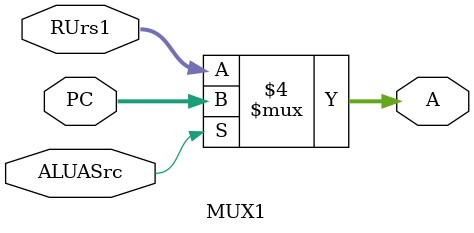
<source format=sv>
module MUX1(
  input logic [31:0] PC, 
  input logic [31:0] RUrs1,
  input logic ALUASrc,
  output logic [31:0] A
);


  always_comb begin 
  
  if (ALUASrc == 0)
    A = RUrs1;
  else 
    A = PC; 
 
  end
endmodule
</source>
